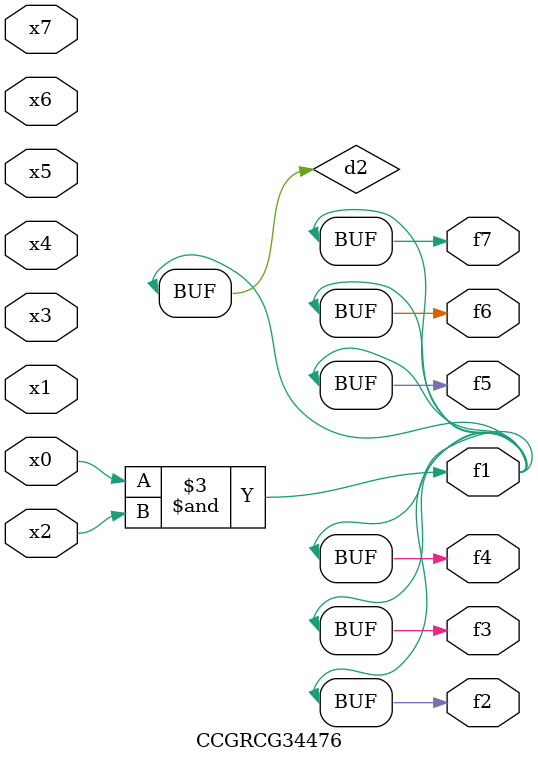
<source format=v>
module CCGRCG34476(
	input x0, x1, x2, x3, x4, x5, x6, x7,
	output f1, f2, f3, f4, f5, f6, f7
);

	wire d1, d2;

	nor (d1, x3, x6);
	and (d2, x0, x2);
	assign f1 = d2;
	assign f2 = d2;
	assign f3 = d2;
	assign f4 = d2;
	assign f5 = d2;
	assign f6 = d2;
	assign f7 = d2;
endmodule

</source>
